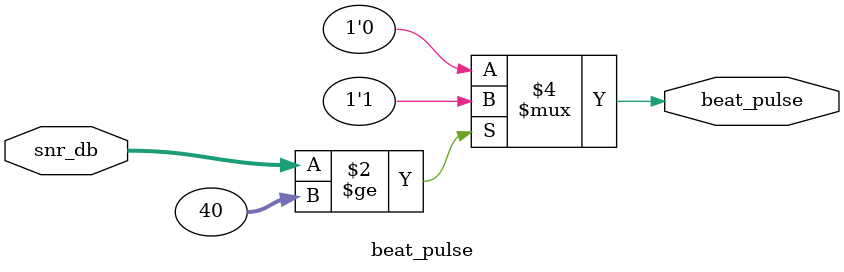
<source format=sv>
`timescale 1ns/1ns
module beat_pulse #(
	 parameter SNR_WIDTH = 16,
    parameter THRESHOLD = 40
) (
    input  logic [SNR_WIDTH-1:0]  snr_db,     
    output logic                  beat_pulse
);

always_comb begin
	if (snr_db >= THRESHOLD) begin
		beat_pulse = 1'b1;
	end
	else begin
		beat_pulse = 1'b0;
	end
end

endmodule

</source>
